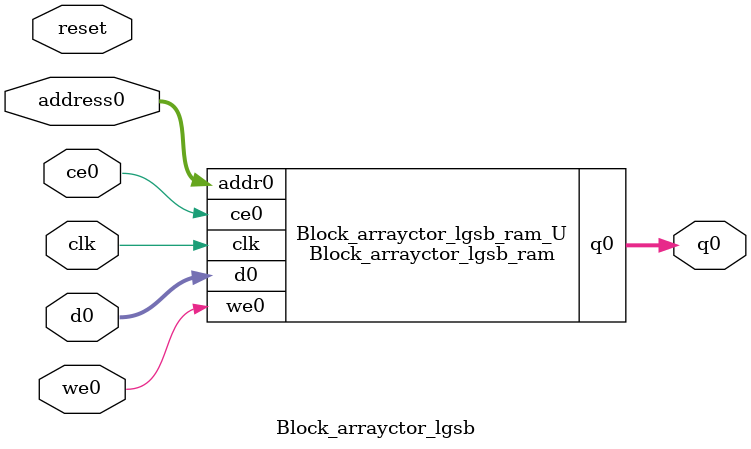
<source format=v>
`timescale 1 ns / 1 ps
module Block_arrayctor_lgsb_ram (addr0, ce0, d0, we0, q0,  clk);

parameter DWIDTH = 5;
parameter AWIDTH = 5;
parameter MEM_SIZE = 22;

input[AWIDTH-1:0] addr0;
input ce0;
input[DWIDTH-1:0] d0;
input we0;
output reg[DWIDTH-1:0] q0;
input clk;

(* ram_style = "distributed" *)reg [DWIDTH-1:0] ram[0:MEM_SIZE-1];




always @(posedge clk)  
begin 
    if (ce0) begin
        if (we0) 
            ram[addr0] <= d0; 
        q0 <= ram[addr0];
    end
end


endmodule

`timescale 1 ns / 1 ps
module Block_arrayctor_lgsb(
    reset,
    clk,
    address0,
    ce0,
    we0,
    d0,
    q0);

parameter DataWidth = 32'd5;
parameter AddressRange = 32'd22;
parameter AddressWidth = 32'd5;
input reset;
input clk;
input[AddressWidth - 1:0] address0;
input ce0;
input we0;
input[DataWidth - 1:0] d0;
output[DataWidth - 1:0] q0;



Block_arrayctor_lgsb_ram Block_arrayctor_lgsb_ram_U(
    .clk( clk ),
    .addr0( address0 ),
    .ce0( ce0 ),
    .we0( we0 ),
    .d0( d0 ),
    .q0( q0 ));

endmodule


</source>
